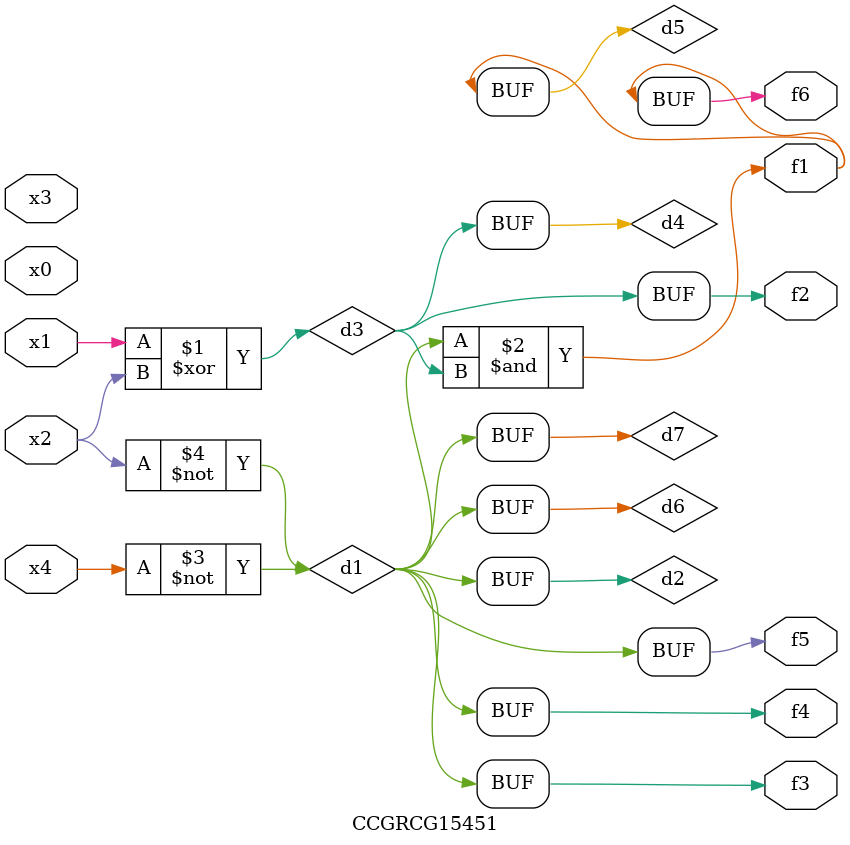
<source format=v>
module CCGRCG15451(
	input x0, x1, x2, x3, x4,
	output f1, f2, f3, f4, f5, f6
);

	wire d1, d2, d3, d4, d5, d6, d7;

	not (d1, x4);
	not (d2, x2);
	xor (d3, x1, x2);
	buf (d4, d3);
	and (d5, d1, d3);
	buf (d6, d1, d2);
	buf (d7, d2);
	assign f1 = d5;
	assign f2 = d4;
	assign f3 = d7;
	assign f4 = d7;
	assign f5 = d7;
	assign f6 = d5;
endmodule

</source>
